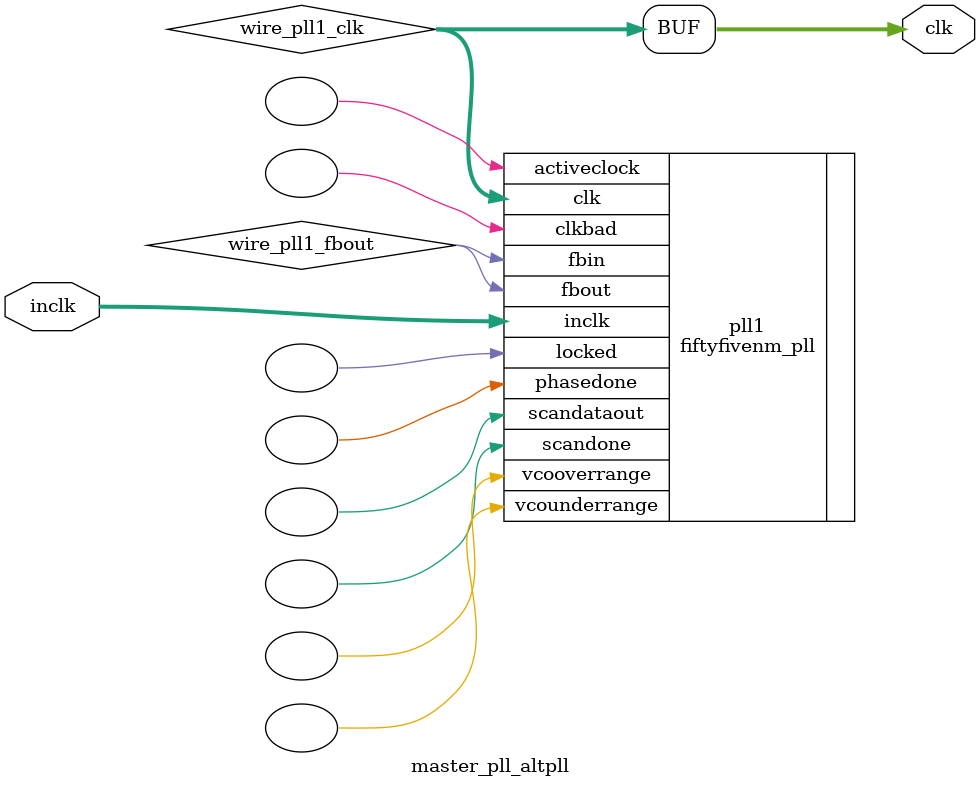
<source format=v>






//synthesis_resources = fiftyfivenm_pll 1 
//synopsys translate_off
`timescale 1 ps / 1 ps
//synopsys translate_on
module  master_pll_altpll
	( 
	clk,
	inclk) /* synthesis synthesis_clearbox=1 */;
	output   [4:0]  clk;
	input   [1:0]  inclk;
`ifndef ALTERA_RESERVED_QIS
// synopsys translate_off
`endif
	tri0   [1:0]  inclk;
`ifndef ALTERA_RESERVED_QIS
// synopsys translate_on
`endif

	wire  [4:0]   wire_pll1_clk;
	wire  wire_pll1_fbout;

	fiftyfivenm_pll   pll1
	( 
	.activeclock(),
	.clk(wire_pll1_clk),
	.clkbad(),
	.fbin(wire_pll1_fbout),
	.fbout(wire_pll1_fbout),
	.inclk(inclk),
	.locked(),
	.phasedone(),
	.scandataout(),
	.scandone(),
	.vcooverrange(),
	.vcounderrange()
	`ifndef FORMAL_VERIFICATION
	// synopsys translate_off
	`endif
	,
	.areset(1'b0),
	.clkswitch(1'b0),
	.configupdate(1'b0),
	.pfdena(1'b1),
	.phasecounterselect({3{1'b0}}),
	.phasestep(1'b0),
	.phaseupdown(1'b0),
	.scanclk(1'b0),
	.scanclkena(1'b1),
	.scandata(1'b0)
	`ifndef FORMAL_VERIFICATION
	// synopsys translate_on
	`endif
	);
	defparam
		pll1.bandwidth_type = "auto",
		pll1.clk0_divide_by = 1,
		pll1.clk0_duty_cycle = 50,
		pll1.clk0_multiply_by = 2,
		pll1.clk0_phase_shift = "0",
		pll1.compensate_clock = "clk0",
		pll1.inclk0_input_frequency = 20000,
		pll1.operation_mode = "normal",
		pll1.pll_type = "auto",
		pll1.lpm_type = "fiftyfivenm_pll";
	assign
		clk = {wire_pll1_clk[4:0]};
endmodule //master_pll_altpll
//VALID FILE

</source>
